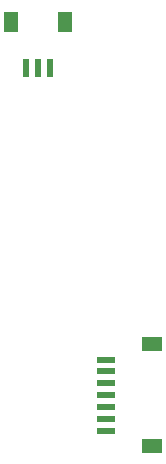
<source format=gbp>
G75*
G70*
%OFA0B0*%
%FSLAX24Y24*%
%IPPOS*%
%LPD*%
%AMOC8*
5,1,8,0,0,1.08239X$1,22.5*
%
%ADD10R,0.0236X0.0610*%
%ADD11R,0.0472X0.0709*%
%ADD12R,0.0610X0.0236*%
%ADD13R,0.0709X0.0472*%
D10*
X037744Y034919D03*
X038138Y034919D03*
X038531Y034919D03*
D11*
X039043Y036445D03*
X037232Y036445D03*
D12*
X040392Y022823D03*
X040392Y023217D03*
X040392Y023610D03*
X040392Y024004D03*
X040392Y024398D03*
X040392Y024791D03*
X040392Y025185D03*
D13*
X041917Y025697D03*
X041917Y022311D03*
M02*

</source>
